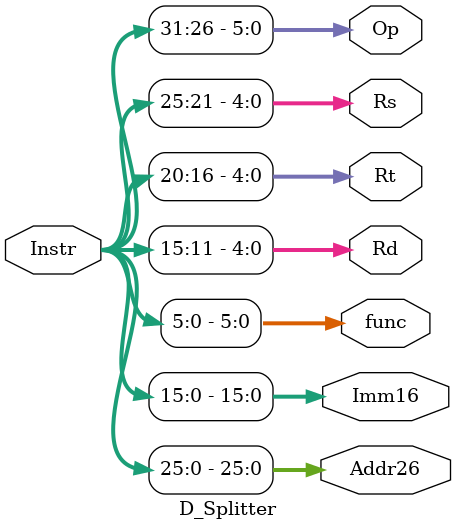
<source format=v>
`timescale 1ns / 1ps
`define Op 31:26
`define Rs 25:21
`define Rt 20:16
`define Rd 15:11
`define func 5:0
`define Imm16 15:0
`define Addr26 25:0
module D_Splitter(
    input [31:0] Instr,
    output [25:0] Addr26,
    output [15:0] Imm16,
    output [5:0] func,
    output [4:0] Rd,
    output [4:0] Rt,
    output [4:0] Rs,
    output [5:0] Op
);
    assign Addr26 = Instr[`Addr26];
    assign Imm16 = Instr[`Imm16];
    assign func = Instr[`func];
    assign Rd = Instr[`Rd];
    assign Rt = Instr[`Rt];
    assign Rs = Instr[`Rs];
    assign Op = Instr[`Op];
endmodule //Splitter

</source>
